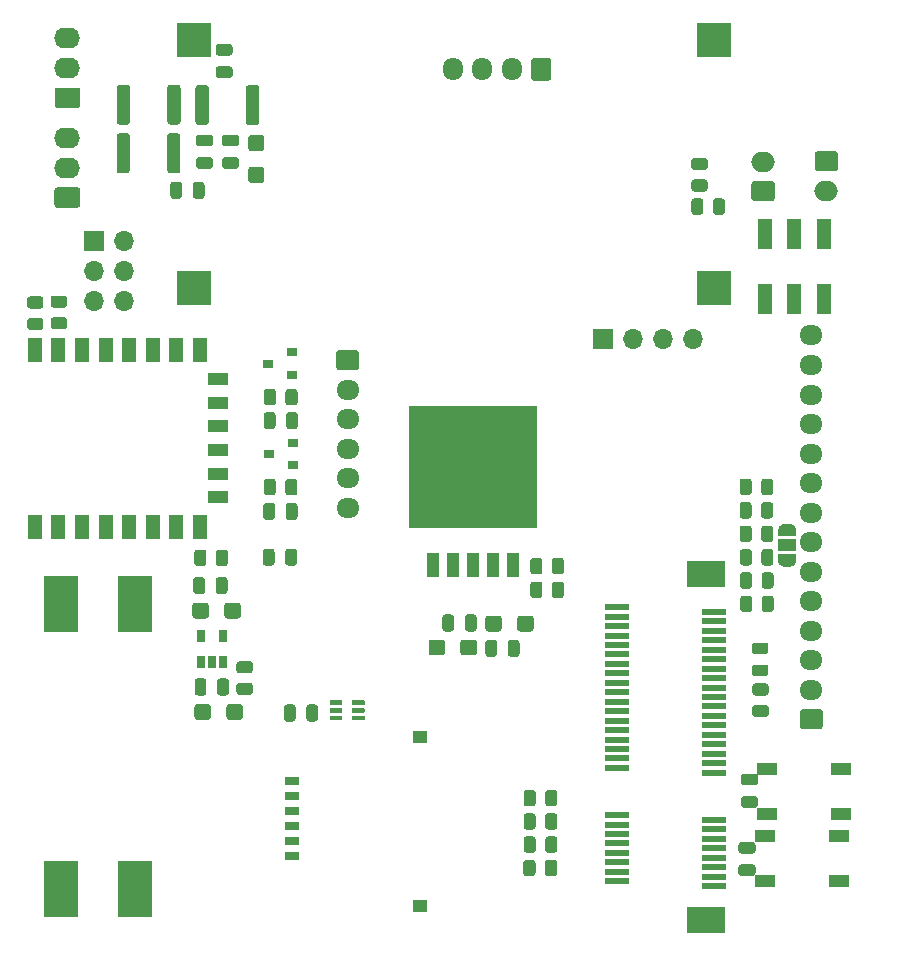
<source format=gbr>
%TF.GenerationSoftware,KiCad,Pcbnew,(5.1.9)-1*%
%TF.CreationDate,2021-11-29T10:56:02+07:00*%
%TF.ProjectId,Hackathon_PCB,4861636b-6174-4686-9f6e-5f5043422e6b,rev?*%
%TF.SameCoordinates,Original*%
%TF.FileFunction,Soldermask,Top*%
%TF.FilePolarity,Negative*%
%FSLAX46Y46*%
G04 Gerber Fmt 4.6, Leading zero omitted, Abs format (unit mm)*
G04 Created by KiCad (PCBNEW (5.1.9)-1) date 2021-11-29 10:56:02*
%MOMM*%
%LPD*%
G01*
G04 APERTURE LIST*
%ADD10R,3.000000X4.800000*%
%ADD11R,3.200000X2.300000*%
%ADD12R,2.000000X0.600000*%
%ADD13R,0.650000X1.060000*%
%ADD14R,1.700000X1.700000*%
%ADD15O,1.700000X1.700000*%
%ADD16O,2.000000X1.700000*%
%ADD17O,1.700000X1.950000*%
%ADD18R,0.900000X0.800000*%
%ADD19R,1.700000X1.000000*%
%ADD20R,1.700000X1.100000*%
%ADD21R,1.200000X2.000000*%
%ADD22R,3.000000X3.000000*%
%ADD23O,2.190000X1.740000*%
%ADD24R,1.066800X2.159000*%
%ADD25R,10.800000X10.410000*%
%ADD26O,1.950000X1.700000*%
%ADD27R,1.250000X0.750000*%
%ADD28R,1.200000X1.000000*%
%ADD29R,1.200000X2.500000*%
%ADD30C,0.100000*%
%ADD31R,1.500000X1.000000*%
G04 APERTURE END LIST*
D10*
%TO.C,J9*%
X78944000Y-106510500D03*
X72644000Y-82310500D03*
X78944000Y-82310500D03*
X72644000Y-106510500D03*
D11*
X127300000Y-109070000D03*
X127300000Y-79770000D03*
D12*
X127900000Y-106220000D03*
X119700000Y-105820000D03*
X127900000Y-105420000D03*
X119700000Y-105020000D03*
X127900000Y-104620000D03*
X119700000Y-104220000D03*
X127900000Y-103820000D03*
X119700000Y-103420000D03*
X127900000Y-103020000D03*
X119700000Y-102620000D03*
X127900000Y-102220000D03*
X119700000Y-101820000D03*
X127900000Y-101420000D03*
X119700000Y-101020000D03*
X127900000Y-100620000D03*
X119700000Y-100220000D03*
X127900000Y-96620000D03*
X119700000Y-96220000D03*
X127900000Y-95820000D03*
X119700000Y-95420000D03*
X127900000Y-95020000D03*
X119700000Y-94620000D03*
X127900000Y-94220000D03*
X119700000Y-93820000D03*
X127900000Y-93420000D03*
X119700000Y-93020000D03*
X127900000Y-92620000D03*
X119700000Y-92220000D03*
X127900000Y-91820000D03*
X119700000Y-91420000D03*
X127900000Y-91020000D03*
X119700000Y-90620000D03*
X127900000Y-90220000D03*
X119700000Y-89820000D03*
X127900000Y-89420000D03*
X119700000Y-89020000D03*
X127900000Y-88620000D03*
X119700000Y-88220000D03*
X127900000Y-87820000D03*
X119700000Y-87420000D03*
X127900000Y-87020000D03*
X119700000Y-86620000D03*
X127900000Y-86220000D03*
X119700000Y-85820000D03*
X127900000Y-85420000D03*
X119700000Y-85020000D03*
X127900000Y-84620000D03*
X119700000Y-84220000D03*
X127900000Y-83820000D03*
X119700000Y-83420000D03*
X127900000Y-83020000D03*
X119700000Y-82620000D03*
%TD*%
%TO.C,C1*%
G36*
G01*
X89820000Y-67295000D02*
X89820000Y-66345000D01*
G75*
G02*
X90070000Y-66095000I250000J0D01*
G01*
X90570000Y-66095000D01*
G75*
G02*
X90820000Y-66345000I0J-250000D01*
G01*
X90820000Y-67295000D01*
G75*
G02*
X90570000Y-67545000I-250000J0D01*
G01*
X90070000Y-67545000D01*
G75*
G02*
X89820000Y-67295000I0J250000D01*
G01*
G37*
G36*
G01*
X91720000Y-67295000D02*
X91720000Y-66345000D01*
G75*
G02*
X91970000Y-66095000I250000J0D01*
G01*
X92470000Y-66095000D01*
G75*
G02*
X92720000Y-66345000I0J-250000D01*
G01*
X92720000Y-67295000D01*
G75*
G02*
X92470000Y-67545000I-250000J0D01*
G01*
X91970000Y-67545000D01*
G75*
G02*
X91720000Y-67295000I0J250000D01*
G01*
G37*
%TD*%
%TO.C,C2*%
G36*
G01*
X89730000Y-78855000D02*
X89730000Y-77905000D01*
G75*
G02*
X89980000Y-77655000I250000J0D01*
G01*
X90480000Y-77655000D01*
G75*
G02*
X90730000Y-77905000I0J-250000D01*
G01*
X90730000Y-78855000D01*
G75*
G02*
X90480000Y-79105000I-250000J0D01*
G01*
X89980000Y-79105000D01*
G75*
G02*
X89730000Y-78855000I0J250000D01*
G01*
G37*
G36*
G01*
X91630000Y-78855000D02*
X91630000Y-77905000D01*
G75*
G02*
X91880000Y-77655000I250000J0D01*
G01*
X92380000Y-77655000D01*
G75*
G02*
X92630000Y-77905000I0J-250000D01*
G01*
X92630000Y-78855000D01*
G75*
G02*
X92380000Y-79105000I-250000J0D01*
G01*
X91880000Y-79105000D01*
G75*
G02*
X91630000Y-78855000I0J250000D01*
G01*
G37*
%TD*%
%TO.C,C3*%
G36*
G01*
X83950000Y-91915001D02*
X83950000Y-91064999D01*
G75*
G02*
X84199999Y-90815000I249999J0D01*
G01*
X85100001Y-90815000D01*
G75*
G02*
X85350000Y-91064999I0J-249999D01*
G01*
X85350000Y-91915001D01*
G75*
G02*
X85100001Y-92165000I-249999J0D01*
G01*
X84199999Y-92165000D01*
G75*
G02*
X83950000Y-91915001I0J249999D01*
G01*
G37*
G36*
G01*
X86650000Y-91915001D02*
X86650000Y-91064999D01*
G75*
G02*
X86899999Y-90815000I249999J0D01*
G01*
X87800001Y-90815000D01*
G75*
G02*
X88050000Y-91064999I0J-249999D01*
G01*
X88050000Y-91915001D01*
G75*
G02*
X87800001Y-92165000I-249999J0D01*
G01*
X86899999Y-92165000D01*
G75*
G02*
X86650000Y-91915001I0J249999D01*
G01*
G37*
%TD*%
%TO.C,C4*%
G36*
G01*
X85870000Y-89845000D02*
X85870000Y-88895000D01*
G75*
G02*
X86120000Y-88645000I250000J0D01*
G01*
X86620000Y-88645000D01*
G75*
G02*
X86870000Y-88895000I0J-250000D01*
G01*
X86870000Y-89845000D01*
G75*
G02*
X86620000Y-90095000I-250000J0D01*
G01*
X86120000Y-90095000D01*
G75*
G02*
X85870000Y-89845000I0J250000D01*
G01*
G37*
G36*
G01*
X83970000Y-89845000D02*
X83970000Y-88895000D01*
G75*
G02*
X84220000Y-88645000I250000J0D01*
G01*
X84720000Y-88645000D01*
G75*
G02*
X84970000Y-88895000I0J-250000D01*
G01*
X84970000Y-89845000D01*
G75*
G02*
X84720000Y-90095000I-250000J0D01*
G01*
X84220000Y-90095000D01*
G75*
G02*
X83970000Y-89845000I0J250000D01*
G01*
G37*
%TD*%
%TO.C,C5*%
G36*
G01*
X130255000Y-102490000D02*
X131205000Y-102490000D01*
G75*
G02*
X131455000Y-102740000I0J-250000D01*
G01*
X131455000Y-103240000D01*
G75*
G02*
X131205000Y-103490000I-250000J0D01*
G01*
X130255000Y-103490000D01*
G75*
G02*
X130005000Y-103240000I0J250000D01*
G01*
X130005000Y-102740000D01*
G75*
G02*
X130255000Y-102490000I250000J0D01*
G01*
G37*
G36*
G01*
X130255000Y-104390000D02*
X131205000Y-104390000D01*
G75*
G02*
X131455000Y-104640000I0J-250000D01*
G01*
X131455000Y-105140000D01*
G75*
G02*
X131205000Y-105390000I-250000J0D01*
G01*
X130255000Y-105390000D01*
G75*
G02*
X130005000Y-105140000I0J250000D01*
G01*
X130005000Y-104640000D01*
G75*
G02*
X130255000Y-104390000I250000J0D01*
G01*
G37*
%TD*%
%TO.C,C6*%
G36*
G01*
X130475000Y-98610000D02*
X131425000Y-98610000D01*
G75*
G02*
X131675000Y-98860000I0J-250000D01*
G01*
X131675000Y-99360000D01*
G75*
G02*
X131425000Y-99610000I-250000J0D01*
G01*
X130475000Y-99610000D01*
G75*
G02*
X130225000Y-99360000I0J250000D01*
G01*
X130225000Y-98860000D01*
G75*
G02*
X130475000Y-98610000I250000J0D01*
G01*
G37*
G36*
G01*
X130475000Y-96710000D02*
X131425000Y-96710000D01*
G75*
G02*
X131675000Y-96960000I0J-250000D01*
G01*
X131675000Y-97460000D01*
G75*
G02*
X131425000Y-97710000I-250000J0D01*
G01*
X130475000Y-97710000D01*
G75*
G02*
X130225000Y-97460000I0J250000D01*
G01*
X130225000Y-96960000D01*
G75*
G02*
X130475000Y-96710000I250000J0D01*
G01*
G37*
%TD*%
%TO.C,C7*%
G36*
G01*
X83780000Y-83335001D02*
X83780000Y-82484999D01*
G75*
G02*
X84029999Y-82235000I249999J0D01*
G01*
X84930001Y-82235000D01*
G75*
G02*
X85180000Y-82484999I0J-249999D01*
G01*
X85180000Y-83335001D01*
G75*
G02*
X84930001Y-83585000I-249999J0D01*
G01*
X84029999Y-83585000D01*
G75*
G02*
X83780000Y-83335001I0J249999D01*
G01*
G37*
G36*
G01*
X86480000Y-83335001D02*
X86480000Y-82484999D01*
G75*
G02*
X86729999Y-82235000I249999J0D01*
G01*
X87630001Y-82235000D01*
G75*
G02*
X87880000Y-82484999I0J-249999D01*
G01*
X87880000Y-83335001D01*
G75*
G02*
X87630001Y-83585000I-249999J0D01*
G01*
X86729999Y-83585000D01*
G75*
G02*
X86480000Y-83335001I0J249999D01*
G01*
G37*
%TD*%
%TO.C,C8*%
G36*
G01*
X83850000Y-81265000D02*
X83850000Y-80315000D01*
G75*
G02*
X84100000Y-80065000I250000J0D01*
G01*
X84600000Y-80065000D01*
G75*
G02*
X84850000Y-80315000I0J-250000D01*
G01*
X84850000Y-81265000D01*
G75*
G02*
X84600000Y-81515000I-250000J0D01*
G01*
X84100000Y-81515000D01*
G75*
G02*
X83850000Y-81265000I0J250000D01*
G01*
G37*
G36*
G01*
X85750000Y-81265000D02*
X85750000Y-80315000D01*
G75*
G02*
X86000000Y-80065000I250000J0D01*
G01*
X86500000Y-80065000D01*
G75*
G02*
X86750000Y-80315000I0J-250000D01*
G01*
X86750000Y-81265000D01*
G75*
G02*
X86500000Y-81515000I-250000J0D01*
G01*
X86000000Y-81515000D01*
G75*
G02*
X85750000Y-81265000I0J250000D01*
G01*
G37*
%TD*%
%TO.C,C9*%
G36*
G01*
X91680000Y-74985000D02*
X91680000Y-74035000D01*
G75*
G02*
X91930000Y-73785000I250000J0D01*
G01*
X92430000Y-73785000D01*
G75*
G02*
X92680000Y-74035000I0J-250000D01*
G01*
X92680000Y-74985000D01*
G75*
G02*
X92430000Y-75235000I-250000J0D01*
G01*
X91930000Y-75235000D01*
G75*
G02*
X91680000Y-74985000I0J250000D01*
G01*
G37*
G36*
G01*
X89780000Y-74985000D02*
X89780000Y-74035000D01*
G75*
G02*
X90030000Y-73785000I250000J0D01*
G01*
X90530000Y-73785000D01*
G75*
G02*
X90780000Y-74035000I0J-250000D01*
G01*
X90780000Y-74985000D01*
G75*
G02*
X90530000Y-75235000I-250000J0D01*
G01*
X90030000Y-75235000D01*
G75*
G02*
X89780000Y-74985000I0J250000D01*
G01*
G37*
%TD*%
%TO.C,C10*%
G36*
G01*
X83810000Y-47795000D02*
X83810000Y-46845000D01*
G75*
G02*
X84060000Y-46595000I250000J0D01*
G01*
X84560000Y-46595000D01*
G75*
G02*
X84810000Y-46845000I0J-250000D01*
G01*
X84810000Y-47795000D01*
G75*
G02*
X84560000Y-48045000I-250000J0D01*
G01*
X84060000Y-48045000D01*
G75*
G02*
X83810000Y-47795000I0J250000D01*
G01*
G37*
G36*
G01*
X81910000Y-47795000D02*
X81910000Y-46845000D01*
G75*
G02*
X82160000Y-46595000I250000J0D01*
G01*
X82660000Y-46595000D01*
G75*
G02*
X82910000Y-46845000I0J-250000D01*
G01*
X82910000Y-47795000D01*
G75*
G02*
X82660000Y-48045000I-250000J0D01*
G01*
X82160000Y-48045000D01*
G75*
G02*
X81910000Y-47795000I0J250000D01*
G01*
G37*
%TD*%
%TO.C,C11*%
G36*
G01*
X86935000Y-37830000D02*
X85985000Y-37830000D01*
G75*
G02*
X85735000Y-37580000I0J250000D01*
G01*
X85735000Y-37080000D01*
G75*
G02*
X85985000Y-36830000I250000J0D01*
G01*
X86935000Y-36830000D01*
G75*
G02*
X87185000Y-37080000I0J-250000D01*
G01*
X87185000Y-37580000D01*
G75*
G02*
X86935000Y-37830000I-250000J0D01*
G01*
G37*
G36*
G01*
X86935000Y-35930000D02*
X85985000Y-35930000D01*
G75*
G02*
X85735000Y-35680000I0J250000D01*
G01*
X85735000Y-35180000D01*
G75*
G02*
X85985000Y-34930000I250000J0D01*
G01*
X86935000Y-34930000D01*
G75*
G02*
X87185000Y-35180000I0J-250000D01*
G01*
X87185000Y-35680000D01*
G75*
G02*
X86935000Y-35930000I-250000J0D01*
G01*
G37*
%TD*%
%TO.C,C12*%
G36*
G01*
X88764999Y-45320000D02*
X89615001Y-45320000D01*
G75*
G02*
X89865000Y-45569999I0J-249999D01*
G01*
X89865000Y-46470001D01*
G75*
G02*
X89615001Y-46720000I-249999J0D01*
G01*
X88764999Y-46720000D01*
G75*
G02*
X88515000Y-46470001I0J249999D01*
G01*
X88515000Y-45569999D01*
G75*
G02*
X88764999Y-45320000I249999J0D01*
G01*
G37*
G36*
G01*
X88764999Y-42620000D02*
X89615001Y-42620000D01*
G75*
G02*
X89865000Y-42869999I0J-249999D01*
G01*
X89865000Y-43770001D01*
G75*
G02*
X89615001Y-44020000I-249999J0D01*
G01*
X88764999Y-44020000D01*
G75*
G02*
X88515000Y-43770001I0J249999D01*
G01*
X88515000Y-42869999D01*
G75*
G02*
X88764999Y-42620000I249999J0D01*
G01*
G37*
%TD*%
%TO.C,C13*%
G36*
G01*
X86525000Y-44510000D02*
X87475000Y-44510000D01*
G75*
G02*
X87725000Y-44760000I0J-250000D01*
G01*
X87725000Y-45260000D01*
G75*
G02*
X87475000Y-45510000I-250000J0D01*
G01*
X86525000Y-45510000D01*
G75*
G02*
X86275000Y-45260000I0J250000D01*
G01*
X86275000Y-44760000D01*
G75*
G02*
X86525000Y-44510000I250000J0D01*
G01*
G37*
G36*
G01*
X86525000Y-42610000D02*
X87475000Y-42610000D01*
G75*
G02*
X87725000Y-42860000I0J-250000D01*
G01*
X87725000Y-43360000D01*
G75*
G02*
X87475000Y-43610000I-250000J0D01*
G01*
X86525000Y-43610000D01*
G75*
G02*
X86275000Y-43360000I0J250000D01*
G01*
X86275000Y-42860000D01*
G75*
G02*
X86525000Y-42610000I250000J0D01*
G01*
G37*
%TD*%
%TO.C,C14*%
G36*
G01*
X84325000Y-42600000D02*
X85275000Y-42600000D01*
G75*
G02*
X85525000Y-42850000I0J-250000D01*
G01*
X85525000Y-43350000D01*
G75*
G02*
X85275000Y-43600000I-250000J0D01*
G01*
X84325000Y-43600000D01*
G75*
G02*
X84075000Y-43350000I0J250000D01*
G01*
X84075000Y-42850000D01*
G75*
G02*
X84325000Y-42600000I250000J0D01*
G01*
G37*
G36*
G01*
X84325000Y-44500000D02*
X85275000Y-44500000D01*
G75*
G02*
X85525000Y-44750000I0J-250000D01*
G01*
X85525000Y-45250000D01*
G75*
G02*
X85275000Y-45500000I-250000J0D01*
G01*
X84325000Y-45500000D01*
G75*
G02*
X84075000Y-45250000I0J250000D01*
G01*
X84075000Y-44750000D01*
G75*
G02*
X84325000Y-44500000I250000J0D01*
G01*
G37*
%TD*%
%TO.C,F1*%
G36*
G01*
X77372500Y-41520002D02*
X77372500Y-38619998D01*
G75*
G02*
X77622498Y-38370000I249998J0D01*
G01*
X78247502Y-38370000D01*
G75*
G02*
X78497500Y-38619998I0J-249998D01*
G01*
X78497500Y-41520002D01*
G75*
G02*
X78247502Y-41770000I-249998J0D01*
G01*
X77622498Y-41770000D01*
G75*
G02*
X77372500Y-41520002I0J249998D01*
G01*
G37*
G36*
G01*
X81647500Y-41520002D02*
X81647500Y-38619998D01*
G75*
G02*
X81897498Y-38370000I249998J0D01*
G01*
X82522502Y-38370000D01*
G75*
G02*
X82772500Y-38619998I0J-249998D01*
G01*
X82772500Y-41520002D01*
G75*
G02*
X82522502Y-41770000I-249998J0D01*
G01*
X81897498Y-41770000D01*
G75*
G02*
X81647500Y-41520002I0J249998D01*
G01*
G37*
%TD*%
%TO.C,F2*%
G36*
G01*
X81637500Y-45640002D02*
X81637500Y-42739998D01*
G75*
G02*
X81887498Y-42490000I249998J0D01*
G01*
X82512502Y-42490000D01*
G75*
G02*
X82762500Y-42739998I0J-249998D01*
G01*
X82762500Y-45640002D01*
G75*
G02*
X82512502Y-45890000I-249998J0D01*
G01*
X81887498Y-45890000D01*
G75*
G02*
X81637500Y-45640002I0J249998D01*
G01*
G37*
G36*
G01*
X77362500Y-45640002D02*
X77362500Y-42739998D01*
G75*
G02*
X77612498Y-42490000I249998J0D01*
G01*
X78237502Y-42490000D01*
G75*
G02*
X78487500Y-42739998I0J-249998D01*
G01*
X78487500Y-45640002D01*
G75*
G02*
X78237502Y-45890000I-249998J0D01*
G01*
X77612498Y-45890000D01*
G75*
G02*
X77362500Y-45640002I0J249998D01*
G01*
G37*
%TD*%
%TO.C,F3*%
G36*
G01*
X84032500Y-41550002D02*
X84032500Y-38649998D01*
G75*
G02*
X84282498Y-38400000I249998J0D01*
G01*
X84907502Y-38400000D01*
G75*
G02*
X85157500Y-38649998I0J-249998D01*
G01*
X85157500Y-41550002D01*
G75*
G02*
X84907502Y-41800000I-249998J0D01*
G01*
X84282498Y-41800000D01*
G75*
G02*
X84032500Y-41550002I0J249998D01*
G01*
G37*
G36*
G01*
X88307500Y-41550002D02*
X88307500Y-38649998D01*
G75*
G02*
X88557498Y-38400000I249998J0D01*
G01*
X89182502Y-38400000D01*
G75*
G02*
X89432500Y-38649998I0J-249998D01*
G01*
X89432500Y-41550002D01*
G75*
G02*
X89182502Y-41800000I-249998J0D01*
G01*
X88557498Y-41800000D01*
G75*
G02*
X88307500Y-41550002I0J249998D01*
G01*
G37*
%TD*%
D13*
%TO.C,IC1*%
X84490000Y-87220000D03*
X85440000Y-87220000D03*
X86390000Y-87220000D03*
X86390000Y-85020000D03*
X84490000Y-85020000D03*
%TD*%
D14*
%TO.C,J3*%
X75440000Y-51590000D03*
D15*
X77980000Y-51590000D03*
X75440000Y-54130000D03*
X77980000Y-54130000D03*
X75440000Y-56670000D03*
X77980000Y-56670000D03*
%TD*%
%TO.C,J4*%
G36*
G01*
X136700000Y-44010000D02*
X138200000Y-44010000D01*
G75*
G02*
X138450000Y-44260000I0J-250000D01*
G01*
X138450000Y-45460000D01*
G75*
G02*
X138200000Y-45710000I-250000J0D01*
G01*
X136700000Y-45710000D01*
G75*
G02*
X136450000Y-45460000I0J250000D01*
G01*
X136450000Y-44260000D01*
G75*
G02*
X136700000Y-44010000I250000J0D01*
G01*
G37*
D16*
X137450000Y-47360000D03*
%TD*%
%TO.C,J5*%
X132100000Y-44890000D03*
G36*
G01*
X132850000Y-48240000D02*
X131350000Y-48240000D01*
G75*
G02*
X131100000Y-47990000I0J250000D01*
G01*
X131100000Y-46790000D01*
G75*
G02*
X131350000Y-46540000I250000J0D01*
G01*
X132850000Y-46540000D01*
G75*
G02*
X133100000Y-46790000I0J-250000D01*
G01*
X133100000Y-47990000D01*
G75*
G02*
X132850000Y-48240000I-250000J0D01*
G01*
G37*
%TD*%
%TO.C,J6*%
G36*
G01*
X114160000Y-36355000D02*
X114160000Y-37805000D01*
G75*
G02*
X113910000Y-38055000I-250000J0D01*
G01*
X112710000Y-38055000D01*
G75*
G02*
X112460000Y-37805000I0J250000D01*
G01*
X112460000Y-36355000D01*
G75*
G02*
X112710000Y-36105000I250000J0D01*
G01*
X113910000Y-36105000D01*
G75*
G02*
X114160000Y-36355000I0J-250000D01*
G01*
G37*
D17*
X110810000Y-37080000D03*
X108310000Y-37080000D03*
X105810000Y-37080000D03*
%TD*%
D18*
%TO.C,Q1*%
X90260000Y-69640000D03*
X92260000Y-68690000D03*
X92260000Y-70590000D03*
%TD*%
%TO.C,Q2*%
X92210000Y-62940000D03*
X92210000Y-61040000D03*
X90210000Y-61990000D03*
%TD*%
%TO.C,R1*%
G36*
G01*
X91650000Y-72900002D02*
X91650000Y-71999998D01*
G75*
G02*
X91899998Y-71750000I249998J0D01*
G01*
X92425002Y-71750000D01*
G75*
G02*
X92675000Y-71999998I0J-249998D01*
G01*
X92675000Y-72900002D01*
G75*
G02*
X92425002Y-73150000I-249998J0D01*
G01*
X91899998Y-73150000D01*
G75*
G02*
X91650000Y-72900002I0J249998D01*
G01*
G37*
G36*
G01*
X89825000Y-72900002D02*
X89825000Y-71999998D01*
G75*
G02*
X90074998Y-71750000I249998J0D01*
G01*
X90600002Y-71750000D01*
G75*
G02*
X90850000Y-71999998I0J-249998D01*
G01*
X90850000Y-72900002D01*
G75*
G02*
X90600002Y-73150000I-249998J0D01*
G01*
X90074998Y-73150000D01*
G75*
G02*
X89825000Y-72900002I0J249998D01*
G01*
G37*
%TD*%
%TO.C,R2*%
G36*
G01*
X89832500Y-65280002D02*
X89832500Y-64379998D01*
G75*
G02*
X90082498Y-64130000I249998J0D01*
G01*
X90607502Y-64130000D01*
G75*
G02*
X90857500Y-64379998I0J-249998D01*
G01*
X90857500Y-65280002D01*
G75*
G02*
X90607502Y-65530000I-249998J0D01*
G01*
X90082498Y-65530000D01*
G75*
G02*
X89832500Y-65280002I0J249998D01*
G01*
G37*
G36*
G01*
X91657500Y-65280002D02*
X91657500Y-64379998D01*
G75*
G02*
X91907498Y-64130000I249998J0D01*
G01*
X92432502Y-64130000D01*
G75*
G02*
X92682500Y-64379998I0J-249998D01*
G01*
X92682500Y-65280002D01*
G75*
G02*
X92432502Y-65530000I-249998J0D01*
G01*
X91907498Y-65530000D01*
G75*
G02*
X91657500Y-65280002I0J249998D01*
G01*
G37*
%TD*%
%TO.C,R3*%
G36*
G01*
X86787500Y-77989998D02*
X86787500Y-78890002D01*
G75*
G02*
X86537502Y-79140000I-249998J0D01*
G01*
X86012498Y-79140000D01*
G75*
G02*
X85762500Y-78890002I0J249998D01*
G01*
X85762500Y-77989998D01*
G75*
G02*
X86012498Y-77740000I249998J0D01*
G01*
X86537502Y-77740000D01*
G75*
G02*
X86787500Y-77989998I0J-249998D01*
G01*
G37*
G36*
G01*
X84962500Y-77989998D02*
X84962500Y-78890002D01*
G75*
G02*
X84712502Y-79140000I-249998J0D01*
G01*
X84187498Y-79140000D01*
G75*
G02*
X83937500Y-78890002I0J249998D01*
G01*
X83937500Y-77989998D01*
G75*
G02*
X84187498Y-77740000I249998J0D01*
G01*
X84712502Y-77740000D01*
G75*
G02*
X84962500Y-77989998I0J-249998D01*
G01*
G37*
%TD*%
%TO.C,R4*%
G36*
G01*
X87749998Y-89017500D02*
X88650002Y-89017500D01*
G75*
G02*
X88900000Y-89267498I0J-249998D01*
G01*
X88900000Y-89792502D01*
G75*
G02*
X88650002Y-90042500I-249998J0D01*
G01*
X87749998Y-90042500D01*
G75*
G02*
X87500000Y-89792502I0J249998D01*
G01*
X87500000Y-89267498D01*
G75*
G02*
X87749998Y-89017500I249998J0D01*
G01*
G37*
G36*
G01*
X87749998Y-87192500D02*
X88650002Y-87192500D01*
G75*
G02*
X88900000Y-87442498I0J-249998D01*
G01*
X88900000Y-87967502D01*
G75*
G02*
X88650002Y-88217500I-249998J0D01*
G01*
X87749998Y-88217500D01*
G75*
G02*
X87500000Y-87967502I0J249998D01*
G01*
X87500000Y-87442498D01*
G75*
G02*
X87749998Y-87192500I249998J0D01*
G01*
G37*
%TD*%
%TO.C,R5*%
G36*
G01*
X70920002Y-57327500D02*
X70019998Y-57327500D01*
G75*
G02*
X69770000Y-57077502I0J249998D01*
G01*
X69770000Y-56552498D01*
G75*
G02*
X70019998Y-56302500I249998J0D01*
G01*
X70920002Y-56302500D01*
G75*
G02*
X71170000Y-56552498I0J-249998D01*
G01*
X71170000Y-57077502D01*
G75*
G02*
X70920002Y-57327500I-249998J0D01*
G01*
G37*
G36*
G01*
X70920002Y-59152500D02*
X70019998Y-59152500D01*
G75*
G02*
X69770000Y-58902502I0J249998D01*
G01*
X69770000Y-58377498D01*
G75*
G02*
X70019998Y-58127500I249998J0D01*
G01*
X70920002Y-58127500D01*
G75*
G02*
X71170000Y-58377498I0J-249998D01*
G01*
X71170000Y-58902502D01*
G75*
G02*
X70920002Y-59152500I-249998J0D01*
G01*
G37*
%TD*%
%TO.C,R6*%
G36*
G01*
X72019998Y-56237500D02*
X72920002Y-56237500D01*
G75*
G02*
X73170000Y-56487498I0J-249998D01*
G01*
X73170000Y-57012502D01*
G75*
G02*
X72920002Y-57262500I-249998J0D01*
G01*
X72019998Y-57262500D01*
G75*
G02*
X71770000Y-57012502I0J249998D01*
G01*
X71770000Y-56487498D01*
G75*
G02*
X72019998Y-56237500I249998J0D01*
G01*
G37*
G36*
G01*
X72019998Y-58062500D02*
X72920002Y-58062500D01*
G75*
G02*
X73170000Y-58312498I0J-249998D01*
G01*
X73170000Y-58837502D01*
G75*
G02*
X72920002Y-59087500I-249998J0D01*
G01*
X72019998Y-59087500D01*
G75*
G02*
X71770000Y-58837502I0J249998D01*
G01*
X71770000Y-58312498D01*
G75*
G02*
X72019998Y-58062500I249998J0D01*
G01*
G37*
%TD*%
D19*
%TO.C,S1*%
X132250000Y-101990000D03*
X138550000Y-101990000D03*
X138550000Y-105790000D03*
X132250000Y-105790000D03*
%TD*%
%TO.C,S2*%
X132400000Y-100120000D03*
X138700000Y-100120000D03*
X138700000Y-96320000D03*
X132400000Y-96320000D03*
%TD*%
D20*
%TO.C,U1*%
X85930000Y-63310000D03*
X85930000Y-65310000D03*
X85930000Y-67310000D03*
X85930000Y-69310000D03*
X85930000Y-71310000D03*
X85930000Y-73310000D03*
D21*
X70430000Y-60810000D03*
X72430000Y-60810000D03*
X74430000Y-60810000D03*
X76430000Y-60810000D03*
X78430000Y-60810000D03*
X80430000Y-60810000D03*
X82430000Y-60810000D03*
X84430000Y-60810000D03*
X84430000Y-75810000D03*
X82430000Y-75810000D03*
X80430000Y-75810000D03*
X78430000Y-75810000D03*
X76430000Y-75810000D03*
X74430000Y-75810000D03*
X72430000Y-75810000D03*
X70430000Y-75810000D03*
%TD*%
D22*
%TO.C,U2*%
X127900000Y-55590000D03*
X127900000Y-34590000D03*
X83900000Y-34590000D03*
X83900000Y-55590000D03*
%TD*%
D15*
%TO.C,U3*%
X126150000Y-59948000D03*
X121070000Y-59948000D03*
X123610000Y-59948000D03*
D14*
X118530000Y-59948000D03*
%TD*%
D23*
%TO.C,J7*%
X73200000Y-34410000D03*
X73200000Y-36950000D03*
G36*
G01*
X74045001Y-40360000D02*
X72354999Y-40360000D01*
G75*
G02*
X72105000Y-40110001I0J249999D01*
G01*
X72105000Y-38869999D01*
G75*
G02*
X72354999Y-38620000I249999J0D01*
G01*
X74045001Y-38620000D01*
G75*
G02*
X74295000Y-38869999I0J-249999D01*
G01*
X74295000Y-40110001D01*
G75*
G02*
X74045001Y-40360000I-249999J0D01*
G01*
G37*
%TD*%
%TO.C,J8*%
G36*
G01*
X74035001Y-48810000D02*
X72344999Y-48810000D01*
G75*
G02*
X72095000Y-48560001I0J249999D01*
G01*
X72095000Y-47319999D01*
G75*
G02*
X72344999Y-47070000I249999J0D01*
G01*
X74035001Y-47070000D01*
G75*
G02*
X74285000Y-47319999I0J-249999D01*
G01*
X74285000Y-48560001D01*
G75*
G02*
X74035001Y-48810000I-249999J0D01*
G01*
G37*
X73190000Y-45400000D03*
X73190000Y-42860000D03*
%TD*%
%TO.C,C15*%
G36*
G01*
X94420000Y-91105000D02*
X94420000Y-92055000D01*
G75*
G02*
X94170000Y-92305000I-250000J0D01*
G01*
X93670000Y-92305000D01*
G75*
G02*
X93420000Y-92055000I0J250000D01*
G01*
X93420000Y-91105000D01*
G75*
G02*
X93670000Y-90855000I250000J0D01*
G01*
X94170000Y-90855000D01*
G75*
G02*
X94420000Y-91105000I0J-250000D01*
G01*
G37*
G36*
G01*
X92520000Y-91105000D02*
X92520000Y-92055000D01*
G75*
G02*
X92270000Y-92305000I-250000J0D01*
G01*
X91770000Y-92305000D01*
G75*
G02*
X91520000Y-92055000I0J250000D01*
G01*
X91520000Y-91105000D01*
G75*
G02*
X91770000Y-90855000I250000J0D01*
G01*
X92270000Y-90855000D01*
G75*
G02*
X92520000Y-91105000I0J-250000D01*
G01*
G37*
%TD*%
%TO.C,C16*%
G36*
G01*
X103770000Y-86455001D02*
X103770000Y-85604999D01*
G75*
G02*
X104019999Y-85355000I249999J0D01*
G01*
X104920001Y-85355000D01*
G75*
G02*
X105170000Y-85604999I0J-249999D01*
G01*
X105170000Y-86455001D01*
G75*
G02*
X104920001Y-86705000I-249999J0D01*
G01*
X104019999Y-86705000D01*
G75*
G02*
X103770000Y-86455001I0J249999D01*
G01*
G37*
G36*
G01*
X106470000Y-86455001D02*
X106470000Y-85604999D01*
G75*
G02*
X106719999Y-85355000I249999J0D01*
G01*
X107620001Y-85355000D01*
G75*
G02*
X107870000Y-85604999I0J-249999D01*
G01*
X107870000Y-86455001D01*
G75*
G02*
X107620001Y-86705000I-249999J0D01*
G01*
X106719999Y-86705000D01*
G75*
G02*
X106470000Y-86455001I0J249999D01*
G01*
G37*
%TD*%
%TO.C,C17*%
G36*
G01*
X106840000Y-84425000D02*
X106840000Y-83475000D01*
G75*
G02*
X107090000Y-83225000I250000J0D01*
G01*
X107590000Y-83225000D01*
G75*
G02*
X107840000Y-83475000I0J-250000D01*
G01*
X107840000Y-84425000D01*
G75*
G02*
X107590000Y-84675000I-250000J0D01*
G01*
X107090000Y-84675000D01*
G75*
G02*
X106840000Y-84425000I0J250000D01*
G01*
G37*
G36*
G01*
X104940000Y-84425000D02*
X104940000Y-83475000D01*
G75*
G02*
X105190000Y-83225000I250000J0D01*
G01*
X105690000Y-83225000D01*
G75*
G02*
X105940000Y-83475000I0J-250000D01*
G01*
X105940000Y-84425000D01*
G75*
G02*
X105690000Y-84675000I-250000J0D01*
G01*
X105190000Y-84675000D01*
G75*
G02*
X104940000Y-84425000I0J250000D01*
G01*
G37*
%TD*%
%TO.C,C18*%
G36*
G01*
X111270000Y-84425001D02*
X111270000Y-83574999D01*
G75*
G02*
X111519999Y-83325000I249999J0D01*
G01*
X112420001Y-83325000D01*
G75*
G02*
X112670000Y-83574999I0J-249999D01*
G01*
X112670000Y-84425001D01*
G75*
G02*
X112420001Y-84675000I-249999J0D01*
G01*
X111519999Y-84675000D01*
G75*
G02*
X111270000Y-84425001I0J249999D01*
G01*
G37*
G36*
G01*
X108570000Y-84425001D02*
X108570000Y-83574999D01*
G75*
G02*
X108819999Y-83325000I249999J0D01*
G01*
X109720001Y-83325000D01*
G75*
G02*
X109970000Y-83574999I0J-249999D01*
G01*
X109970000Y-84425001D01*
G75*
G02*
X109720001Y-84675000I-249999J0D01*
G01*
X108819999Y-84675000D01*
G75*
G02*
X108570000Y-84425001I0J249999D01*
G01*
G37*
%TD*%
%TO.C,C19*%
G36*
G01*
X108580000Y-86575000D02*
X108580000Y-85625000D01*
G75*
G02*
X108830000Y-85375000I250000J0D01*
G01*
X109330000Y-85375000D01*
G75*
G02*
X109580000Y-85625000I0J-250000D01*
G01*
X109580000Y-86575000D01*
G75*
G02*
X109330000Y-86825000I-250000J0D01*
G01*
X108830000Y-86825000D01*
G75*
G02*
X108580000Y-86575000I0J250000D01*
G01*
G37*
G36*
G01*
X110480000Y-86575000D02*
X110480000Y-85625000D01*
G75*
G02*
X110730000Y-85375000I250000J0D01*
G01*
X111230000Y-85375000D01*
G75*
G02*
X111480000Y-85625000I0J-250000D01*
G01*
X111480000Y-86575000D01*
G75*
G02*
X111230000Y-86825000I-250000J0D01*
G01*
X110730000Y-86825000D01*
G75*
G02*
X110480000Y-86575000I0J250000D01*
G01*
G37*
%TD*%
%TO.C,D1*%
G36*
G01*
X131393750Y-85607500D02*
X132306250Y-85607500D01*
G75*
G02*
X132550000Y-85851250I0J-243750D01*
G01*
X132550000Y-86338750D01*
G75*
G02*
X132306250Y-86582500I-243750J0D01*
G01*
X131393750Y-86582500D01*
G75*
G02*
X131150000Y-86338750I0J243750D01*
G01*
X131150000Y-85851250D01*
G75*
G02*
X131393750Y-85607500I243750J0D01*
G01*
G37*
G36*
G01*
X131393750Y-87482500D02*
X132306250Y-87482500D01*
G75*
G02*
X132550000Y-87726250I0J-243750D01*
G01*
X132550000Y-88213750D01*
G75*
G02*
X132306250Y-88457500I-243750J0D01*
G01*
X131393750Y-88457500D01*
G75*
G02*
X131150000Y-88213750I0J243750D01*
G01*
X131150000Y-87726250D01*
G75*
G02*
X131393750Y-87482500I243750J0D01*
G01*
G37*
%TD*%
D24*
%TO.C,IC2*%
X110963600Y-79041200D03*
X109261800Y-79041200D03*
X107560000Y-79041200D03*
X105858200Y-79041200D03*
X104156400Y-79041200D03*
D25*
X107560000Y-70710000D03*
%TD*%
%TO.C,J1*%
G36*
G01*
X136915000Y-92960000D02*
X135465000Y-92960000D01*
G75*
G02*
X135215000Y-92710000I0J250000D01*
G01*
X135215000Y-91510000D01*
G75*
G02*
X135465000Y-91260000I250000J0D01*
G01*
X136915000Y-91260000D01*
G75*
G02*
X137165000Y-91510000I0J-250000D01*
G01*
X137165000Y-92710000D01*
G75*
G02*
X136915000Y-92960000I-250000J0D01*
G01*
G37*
D26*
X136190000Y-89610000D03*
X136190000Y-87110000D03*
X136190000Y-84610000D03*
X136190000Y-82110000D03*
X136190000Y-79610000D03*
X136190000Y-77110000D03*
X136190000Y-74610000D03*
X136190000Y-72110000D03*
X136190000Y-69610000D03*
X136190000Y-67110000D03*
X136190000Y-64610000D03*
X136190000Y-62110000D03*
X136190000Y-59610000D03*
%TD*%
D27*
%TO.C,J10*%
X92190000Y-102440000D03*
X92190000Y-99900000D03*
X92190000Y-97360000D03*
X92190000Y-103710000D03*
X92190000Y-101170000D03*
X92190000Y-98630000D03*
D28*
X103015000Y-107940000D03*
X103015000Y-93640000D03*
%TD*%
%TO.C,R7*%
G36*
G01*
X130102500Y-74860002D02*
X130102500Y-73959998D01*
G75*
G02*
X130352498Y-73710000I249998J0D01*
G01*
X130877502Y-73710000D01*
G75*
G02*
X131127500Y-73959998I0J-249998D01*
G01*
X131127500Y-74860002D01*
G75*
G02*
X130877502Y-75110000I-249998J0D01*
G01*
X130352498Y-75110000D01*
G75*
G02*
X130102500Y-74860002I0J249998D01*
G01*
G37*
G36*
G01*
X131927500Y-74860002D02*
X131927500Y-73959998D01*
G75*
G02*
X132177498Y-73710000I249998J0D01*
G01*
X132702502Y-73710000D01*
G75*
G02*
X132952500Y-73959998I0J-249998D01*
G01*
X132952500Y-74860002D01*
G75*
G02*
X132702502Y-75110000I-249998J0D01*
G01*
X132177498Y-75110000D01*
G75*
G02*
X131927500Y-74860002I0J249998D01*
G01*
G37*
%TD*%
%TO.C,R8*%
G36*
G01*
X131967500Y-80810002D02*
X131967500Y-79909998D01*
G75*
G02*
X132217498Y-79660000I249998J0D01*
G01*
X132742502Y-79660000D01*
G75*
G02*
X132992500Y-79909998I0J-249998D01*
G01*
X132992500Y-80810002D01*
G75*
G02*
X132742502Y-81060000I-249998J0D01*
G01*
X132217498Y-81060000D01*
G75*
G02*
X131967500Y-80810002I0J249998D01*
G01*
G37*
G36*
G01*
X130142500Y-80810002D02*
X130142500Y-79909998D01*
G75*
G02*
X130392498Y-79660000I249998J0D01*
G01*
X130917502Y-79660000D01*
G75*
G02*
X131167500Y-79909998I0J-249998D01*
G01*
X131167500Y-80810002D01*
G75*
G02*
X130917502Y-81060000I-249998J0D01*
G01*
X130392498Y-81060000D01*
G75*
G02*
X130142500Y-80810002I0J249998D01*
G01*
G37*
%TD*%
%TO.C,R9*%
G36*
G01*
X130152500Y-82780002D02*
X130152500Y-81879998D01*
G75*
G02*
X130402498Y-81630000I249998J0D01*
G01*
X130927502Y-81630000D01*
G75*
G02*
X131177500Y-81879998I0J-249998D01*
G01*
X131177500Y-82780002D01*
G75*
G02*
X130927502Y-83030000I-249998J0D01*
G01*
X130402498Y-83030000D01*
G75*
G02*
X130152500Y-82780002I0J249998D01*
G01*
G37*
G36*
G01*
X131977500Y-82780002D02*
X131977500Y-81879998D01*
G75*
G02*
X132227498Y-81630000I249998J0D01*
G01*
X132752502Y-81630000D01*
G75*
G02*
X133002500Y-81879998I0J-249998D01*
G01*
X133002500Y-82780002D01*
G75*
G02*
X132752502Y-83030000I-249998J0D01*
G01*
X132227498Y-83030000D01*
G75*
G02*
X131977500Y-82780002I0J249998D01*
G01*
G37*
%TD*%
%TO.C,R10*%
G36*
G01*
X131132500Y-75959998D02*
X131132500Y-76860002D01*
G75*
G02*
X130882502Y-77110000I-249998J0D01*
G01*
X130357498Y-77110000D01*
G75*
G02*
X130107500Y-76860002I0J249998D01*
G01*
X130107500Y-75959998D01*
G75*
G02*
X130357498Y-75710000I249998J0D01*
G01*
X130882502Y-75710000D01*
G75*
G02*
X131132500Y-75959998I0J-249998D01*
G01*
G37*
G36*
G01*
X132957500Y-75959998D02*
X132957500Y-76860002D01*
G75*
G02*
X132707502Y-77110000I-249998J0D01*
G01*
X132182498Y-77110000D01*
G75*
G02*
X131932500Y-76860002I0J249998D01*
G01*
X131932500Y-75959998D01*
G75*
G02*
X132182498Y-75710000I249998J0D01*
G01*
X132707502Y-75710000D01*
G75*
G02*
X132957500Y-75959998I0J-249998D01*
G01*
G37*
%TD*%
%TO.C,R11*%
G36*
G01*
X132972500Y-77939998D02*
X132972500Y-78840002D01*
G75*
G02*
X132722502Y-79090000I-249998J0D01*
G01*
X132197498Y-79090000D01*
G75*
G02*
X131947500Y-78840002I0J249998D01*
G01*
X131947500Y-77939998D01*
G75*
G02*
X132197498Y-77690000I249998J0D01*
G01*
X132722502Y-77690000D01*
G75*
G02*
X132972500Y-77939998I0J-249998D01*
G01*
G37*
G36*
G01*
X131147500Y-77939998D02*
X131147500Y-78840002D01*
G75*
G02*
X130897502Y-79090000I-249998J0D01*
G01*
X130372498Y-79090000D01*
G75*
G02*
X130122500Y-78840002I0J249998D01*
G01*
X130122500Y-77939998D01*
G75*
G02*
X130372498Y-77690000I249998J0D01*
G01*
X130897502Y-77690000D01*
G75*
G02*
X131147500Y-77939998I0J-249998D01*
G01*
G37*
%TD*%
%TO.C,R12*%
G36*
G01*
X131429998Y-90897500D02*
X132330002Y-90897500D01*
G75*
G02*
X132580000Y-91147498I0J-249998D01*
G01*
X132580000Y-91672502D01*
G75*
G02*
X132330002Y-91922500I-249998J0D01*
G01*
X131429998Y-91922500D01*
G75*
G02*
X131180000Y-91672502I0J249998D01*
G01*
X131180000Y-91147498D01*
G75*
G02*
X131429998Y-90897500I249998J0D01*
G01*
G37*
G36*
G01*
X131429998Y-89072500D02*
X132330002Y-89072500D01*
G75*
G02*
X132580000Y-89322498I0J-249998D01*
G01*
X132580000Y-89847502D01*
G75*
G02*
X132330002Y-90097500I-249998J0D01*
G01*
X131429998Y-90097500D01*
G75*
G02*
X131180000Y-89847502I0J249998D01*
G01*
X131180000Y-89322498D01*
G75*
G02*
X131429998Y-89072500I249998J0D01*
G01*
G37*
%TD*%
%TO.C,R13*%
G36*
G01*
X113647500Y-99230002D02*
X113647500Y-98329998D01*
G75*
G02*
X113897498Y-98080000I249998J0D01*
G01*
X114422502Y-98080000D01*
G75*
G02*
X114672500Y-98329998I0J-249998D01*
G01*
X114672500Y-99230002D01*
G75*
G02*
X114422502Y-99480000I-249998J0D01*
G01*
X113897498Y-99480000D01*
G75*
G02*
X113647500Y-99230002I0J249998D01*
G01*
G37*
G36*
G01*
X111822500Y-99230002D02*
X111822500Y-98329998D01*
G75*
G02*
X112072498Y-98080000I249998J0D01*
G01*
X112597502Y-98080000D01*
G75*
G02*
X112847500Y-98329998I0J-249998D01*
G01*
X112847500Y-99230002D01*
G75*
G02*
X112597502Y-99480000I-249998J0D01*
G01*
X112072498Y-99480000D01*
G75*
G02*
X111822500Y-99230002I0J249998D01*
G01*
G37*
%TD*%
%TO.C,R14*%
G36*
G01*
X111822500Y-103170002D02*
X111822500Y-102269998D01*
G75*
G02*
X112072498Y-102020000I249998J0D01*
G01*
X112597502Y-102020000D01*
G75*
G02*
X112847500Y-102269998I0J-249998D01*
G01*
X112847500Y-103170002D01*
G75*
G02*
X112597502Y-103420000I-249998J0D01*
G01*
X112072498Y-103420000D01*
G75*
G02*
X111822500Y-103170002I0J249998D01*
G01*
G37*
G36*
G01*
X113647500Y-103170002D02*
X113647500Y-102269998D01*
G75*
G02*
X113897498Y-102020000I249998J0D01*
G01*
X114422502Y-102020000D01*
G75*
G02*
X114672500Y-102269998I0J-249998D01*
G01*
X114672500Y-103170002D01*
G75*
G02*
X114422502Y-103420000I-249998J0D01*
G01*
X113897498Y-103420000D01*
G75*
G02*
X113647500Y-103170002I0J249998D01*
G01*
G37*
%TD*%
%TO.C,R15*%
G36*
G01*
X111822500Y-101210002D02*
X111822500Y-100309998D01*
G75*
G02*
X112072498Y-100060000I249998J0D01*
G01*
X112597502Y-100060000D01*
G75*
G02*
X112847500Y-100309998I0J-249998D01*
G01*
X112847500Y-101210002D01*
G75*
G02*
X112597502Y-101460000I-249998J0D01*
G01*
X112072498Y-101460000D01*
G75*
G02*
X111822500Y-101210002I0J249998D01*
G01*
G37*
G36*
G01*
X113647500Y-101210002D02*
X113647500Y-100309998D01*
G75*
G02*
X113897498Y-100060000I249998J0D01*
G01*
X114422502Y-100060000D01*
G75*
G02*
X114672500Y-100309998I0J-249998D01*
G01*
X114672500Y-101210002D01*
G75*
G02*
X114422502Y-101460000I-249998J0D01*
G01*
X113897498Y-101460000D01*
G75*
G02*
X113647500Y-101210002I0J249998D01*
G01*
G37*
%TD*%
%TO.C,R16*%
G36*
G01*
X111802500Y-105150002D02*
X111802500Y-104249998D01*
G75*
G02*
X112052498Y-104000000I249998J0D01*
G01*
X112577502Y-104000000D01*
G75*
G02*
X112827500Y-104249998I0J-249998D01*
G01*
X112827500Y-105150002D01*
G75*
G02*
X112577502Y-105400000I-249998J0D01*
G01*
X112052498Y-105400000D01*
G75*
G02*
X111802500Y-105150002I0J249998D01*
G01*
G37*
G36*
G01*
X113627500Y-105150002D02*
X113627500Y-104249998D01*
G75*
G02*
X113877498Y-104000000I249998J0D01*
G01*
X114402502Y-104000000D01*
G75*
G02*
X114652500Y-104249998I0J-249998D01*
G01*
X114652500Y-105150002D01*
G75*
G02*
X114402502Y-105400000I-249998J0D01*
G01*
X113877498Y-105400000D01*
G75*
G02*
X113627500Y-105150002I0J249998D01*
G01*
G37*
%TD*%
%TO.C,R17*%
G36*
G01*
X131127500Y-71979998D02*
X131127500Y-72880002D01*
G75*
G02*
X130877502Y-73130000I-249998J0D01*
G01*
X130352498Y-73130000D01*
G75*
G02*
X130102500Y-72880002I0J249998D01*
G01*
X130102500Y-71979998D01*
G75*
G02*
X130352498Y-71730000I249998J0D01*
G01*
X130877502Y-71730000D01*
G75*
G02*
X131127500Y-71979998I0J-249998D01*
G01*
G37*
G36*
G01*
X132952500Y-71979998D02*
X132952500Y-72880002D01*
G75*
G02*
X132702502Y-73130000I-249998J0D01*
G01*
X132177498Y-73130000D01*
G75*
G02*
X131927500Y-72880002I0J249998D01*
G01*
X131927500Y-71979998D01*
G75*
G02*
X132177498Y-71730000I249998J0D01*
G01*
X132702502Y-71730000D01*
G75*
G02*
X132952500Y-71979998I0J-249998D01*
G01*
G37*
%TD*%
%TO.C,R18*%
G36*
G01*
X114217500Y-79590002D02*
X114217500Y-78689998D01*
G75*
G02*
X114467498Y-78440000I249998J0D01*
G01*
X114992502Y-78440000D01*
G75*
G02*
X115242500Y-78689998I0J-249998D01*
G01*
X115242500Y-79590002D01*
G75*
G02*
X114992502Y-79840000I-249998J0D01*
G01*
X114467498Y-79840000D01*
G75*
G02*
X114217500Y-79590002I0J249998D01*
G01*
G37*
G36*
G01*
X112392500Y-79590002D02*
X112392500Y-78689998D01*
G75*
G02*
X112642498Y-78440000I249998J0D01*
G01*
X113167502Y-78440000D01*
G75*
G02*
X113417500Y-78689998I0J-249998D01*
G01*
X113417500Y-79590002D01*
G75*
G02*
X113167502Y-79840000I-249998J0D01*
G01*
X112642498Y-79840000D01*
G75*
G02*
X112392500Y-79590002I0J249998D01*
G01*
G37*
%TD*%
%TO.C,R19*%
G36*
G01*
X115237500Y-80699998D02*
X115237500Y-81600002D01*
G75*
G02*
X114987502Y-81850000I-249998J0D01*
G01*
X114462498Y-81850000D01*
G75*
G02*
X114212500Y-81600002I0J249998D01*
G01*
X114212500Y-80699998D01*
G75*
G02*
X114462498Y-80450000I249998J0D01*
G01*
X114987502Y-80450000D01*
G75*
G02*
X115237500Y-80699998I0J-249998D01*
G01*
G37*
G36*
G01*
X113412500Y-80699998D02*
X113412500Y-81600002D01*
G75*
G02*
X113162502Y-81850000I-249998J0D01*
G01*
X112637498Y-81850000D01*
G75*
G02*
X112387500Y-81600002I0J249998D01*
G01*
X112387500Y-80699998D01*
G75*
G02*
X112637498Y-80450000I249998J0D01*
G01*
X113162502Y-80450000D01*
G75*
G02*
X113412500Y-80699998I0J-249998D01*
G01*
G37*
%TD*%
%TO.C,U4*%
G36*
G01*
X97295000Y-90866000D02*
X97295000Y-90554000D01*
G75*
G02*
X97334000Y-90515000I39000J0D01*
G01*
X98316000Y-90515000D01*
G75*
G02*
X98355000Y-90554000I0J-39000D01*
G01*
X98355000Y-90866000D01*
G75*
G02*
X98316000Y-90905000I-39000J0D01*
G01*
X97334000Y-90905000D01*
G75*
G02*
X97295000Y-90866000I0J39000D01*
G01*
G37*
G36*
G01*
X97295000Y-91516000D02*
X97295000Y-91204000D01*
G75*
G02*
X97334000Y-91165000I39000J0D01*
G01*
X98316000Y-91165000D01*
G75*
G02*
X98355000Y-91204000I0J-39000D01*
G01*
X98355000Y-91516000D01*
G75*
G02*
X98316000Y-91555000I-39000J0D01*
G01*
X97334000Y-91555000D01*
G75*
G02*
X97295000Y-91516000I0J39000D01*
G01*
G37*
G36*
G01*
X97295000Y-92166000D02*
X97295000Y-91854000D01*
G75*
G02*
X97334000Y-91815000I39000J0D01*
G01*
X98316000Y-91815000D01*
G75*
G02*
X98355000Y-91854000I0J-39000D01*
G01*
X98355000Y-92166000D01*
G75*
G02*
X98316000Y-92205000I-39000J0D01*
G01*
X97334000Y-92205000D01*
G75*
G02*
X97295000Y-92166000I0J39000D01*
G01*
G37*
G36*
G01*
X95425000Y-92166000D02*
X95425000Y-91854000D01*
G75*
G02*
X95464000Y-91815000I39000J0D01*
G01*
X96446000Y-91815000D01*
G75*
G02*
X96485000Y-91854000I0J-39000D01*
G01*
X96485000Y-92166000D01*
G75*
G02*
X96446000Y-92205000I-39000J0D01*
G01*
X95464000Y-92205000D01*
G75*
G02*
X95425000Y-92166000I0J39000D01*
G01*
G37*
G36*
G01*
X95425000Y-91516000D02*
X95425000Y-91204000D01*
G75*
G02*
X95464000Y-91165000I39000J0D01*
G01*
X96446000Y-91165000D01*
G75*
G02*
X96485000Y-91204000I0J-39000D01*
G01*
X96485000Y-91516000D01*
G75*
G02*
X96446000Y-91555000I-39000J0D01*
G01*
X95464000Y-91555000D01*
G75*
G02*
X95425000Y-91516000I0J39000D01*
G01*
G37*
G36*
G01*
X95425000Y-90866000D02*
X95425000Y-90554000D01*
G75*
G02*
X95464000Y-90515000I39000J0D01*
G01*
X96446000Y-90515000D01*
G75*
G02*
X96485000Y-90554000I0J-39000D01*
G01*
X96485000Y-90866000D01*
G75*
G02*
X96446000Y-90905000I-39000J0D01*
G01*
X95464000Y-90905000D01*
G75*
G02*
X95425000Y-90866000I0J39000D01*
G01*
G37*
%TD*%
%TO.C,J2*%
G36*
G01*
X96195000Y-60860000D02*
X97645000Y-60860000D01*
G75*
G02*
X97895000Y-61110000I0J-250000D01*
G01*
X97895000Y-62310000D01*
G75*
G02*
X97645000Y-62560000I-250000J0D01*
G01*
X96195000Y-62560000D01*
G75*
G02*
X95945000Y-62310000I0J250000D01*
G01*
X95945000Y-61110000D01*
G75*
G02*
X96195000Y-60860000I250000J0D01*
G01*
G37*
D26*
X96920000Y-64210000D03*
X96920000Y-66710000D03*
X96920000Y-69210000D03*
X96920000Y-71710000D03*
X96920000Y-74210000D03*
%TD*%
D29*
%TO.C,S3*%
X132220000Y-56530000D03*
X134720000Y-56530000D03*
X137220000Y-56530000D03*
X132220000Y-51030000D03*
X134720000Y-51030000D03*
X137220000Y-51030000D03*
%TD*%
%TO.C,R20*%
G36*
G01*
X126259999Y-46397500D02*
X127160001Y-46397500D01*
G75*
G02*
X127410000Y-46647499I0J-249999D01*
G01*
X127410000Y-47172501D01*
G75*
G02*
X127160001Y-47422500I-249999J0D01*
G01*
X126259999Y-47422500D01*
G75*
G02*
X126010000Y-47172501I0J249999D01*
G01*
X126010000Y-46647499D01*
G75*
G02*
X126259999Y-46397500I249999J0D01*
G01*
G37*
G36*
G01*
X126259999Y-44572500D02*
X127160001Y-44572500D01*
G75*
G02*
X127410000Y-44822499I0J-249999D01*
G01*
X127410000Y-45347501D01*
G75*
G02*
X127160001Y-45597500I-249999J0D01*
G01*
X126259999Y-45597500D01*
G75*
G02*
X126010000Y-45347501I0J249999D01*
G01*
X126010000Y-44822499D01*
G75*
G02*
X126259999Y-44572500I249999J0D01*
G01*
G37*
%TD*%
%TO.C,R21*%
G36*
G01*
X126025000Y-49150001D02*
X126025000Y-48249999D01*
G75*
G02*
X126274999Y-48000000I249999J0D01*
G01*
X126800001Y-48000000D01*
G75*
G02*
X127050000Y-48249999I0J-249999D01*
G01*
X127050000Y-49150001D01*
G75*
G02*
X126800001Y-49400000I-249999J0D01*
G01*
X126274999Y-49400000D01*
G75*
G02*
X126025000Y-49150001I0J249999D01*
G01*
G37*
G36*
G01*
X127850000Y-49150001D02*
X127850000Y-48249999D01*
G75*
G02*
X128099999Y-48000000I249999J0D01*
G01*
X128625001Y-48000000D01*
G75*
G02*
X128875000Y-48249999I0J-249999D01*
G01*
X128875000Y-49150001D01*
G75*
G02*
X128625001Y-49400000I-249999J0D01*
G01*
X128099999Y-49400000D01*
G75*
G02*
X127850000Y-49150001I0J249999D01*
G01*
G37*
%TD*%
D30*
%TO.C,JP1*%
G36*
X134879398Y-78680000D02*
G01*
X134879398Y-78704534D01*
X134874588Y-78753365D01*
X134865016Y-78801490D01*
X134850772Y-78848445D01*
X134831995Y-78893778D01*
X134808864Y-78937051D01*
X134781604Y-78977850D01*
X134750476Y-79015779D01*
X134715779Y-79050476D01*
X134677850Y-79081604D01*
X134637051Y-79108864D01*
X134593778Y-79131995D01*
X134548445Y-79150772D01*
X134501490Y-79165016D01*
X134453365Y-79174588D01*
X134404534Y-79179398D01*
X134380000Y-79179398D01*
X134380000Y-79180000D01*
X133880000Y-79180000D01*
X133880000Y-79179398D01*
X133855466Y-79179398D01*
X133806635Y-79174588D01*
X133758510Y-79165016D01*
X133711555Y-79150772D01*
X133666222Y-79131995D01*
X133622949Y-79108864D01*
X133582150Y-79081604D01*
X133544221Y-79050476D01*
X133509524Y-79015779D01*
X133478396Y-78977850D01*
X133451136Y-78937051D01*
X133428005Y-78893778D01*
X133409228Y-78848445D01*
X133394984Y-78801490D01*
X133385412Y-78753365D01*
X133380602Y-78704534D01*
X133380602Y-78680000D01*
X133380000Y-78680000D01*
X133380000Y-78130000D01*
X134880000Y-78130000D01*
X134880000Y-78680000D01*
X134879398Y-78680000D01*
G37*
D31*
X134130000Y-77380000D03*
D30*
G36*
X133380000Y-76630000D02*
G01*
X133380000Y-76080000D01*
X133380602Y-76080000D01*
X133380602Y-76055466D01*
X133385412Y-76006635D01*
X133394984Y-75958510D01*
X133409228Y-75911555D01*
X133428005Y-75866222D01*
X133451136Y-75822949D01*
X133478396Y-75782150D01*
X133509524Y-75744221D01*
X133544221Y-75709524D01*
X133582150Y-75678396D01*
X133622949Y-75651136D01*
X133666222Y-75628005D01*
X133711555Y-75609228D01*
X133758510Y-75594984D01*
X133806635Y-75585412D01*
X133855466Y-75580602D01*
X133880000Y-75580602D01*
X133880000Y-75580000D01*
X134380000Y-75580000D01*
X134380000Y-75580602D01*
X134404534Y-75580602D01*
X134453365Y-75585412D01*
X134501490Y-75594984D01*
X134548445Y-75609228D01*
X134593778Y-75628005D01*
X134637051Y-75651136D01*
X134677850Y-75678396D01*
X134715779Y-75709524D01*
X134750476Y-75744221D01*
X134781604Y-75782150D01*
X134808864Y-75822949D01*
X134831995Y-75866222D01*
X134850772Y-75911555D01*
X134865016Y-75958510D01*
X134874588Y-76006635D01*
X134879398Y-76055466D01*
X134879398Y-76080000D01*
X134880000Y-76080000D01*
X134880000Y-76630000D01*
X133380000Y-76630000D01*
G37*
%TD*%
M02*

</source>
